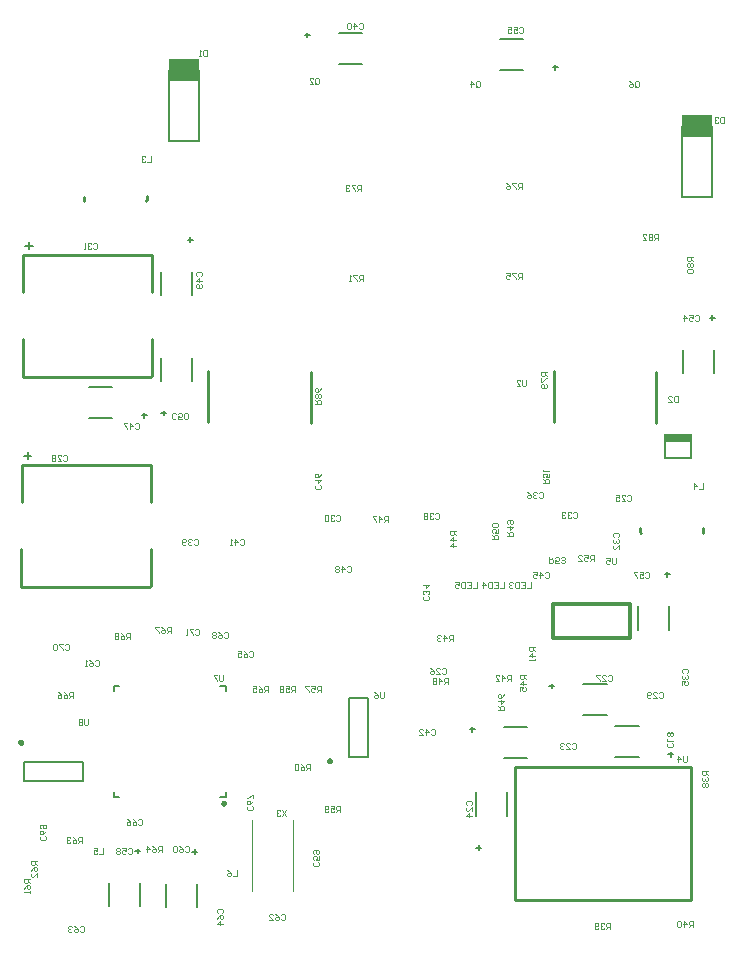
<source format=gbo>
%FSTAX23Y23*%
%MOIN*%
%SFA1B1*%

%IPPOS*%
%ADD32C,0.011810*%
%ADD35C,0.009840*%
%ADD75C,0.010000*%
%ADD76C,0.003940*%
%ADD77C,0.007870*%
%ADD78C,0.005910*%
%ADD128R,0.102360X0.074370*%
%ADD129R,0.094490X0.031500*%
%LNninja_3_2_pcb-1*%
%LPD*%
G54D32*
X02046Y0101D02*
Y01122D01*
X0179Y0101D02*
X02046D01*
X0179Y01122D02*
X02046D01*
X0179Y0101D02*
Y01122D01*
G54D35*
X00019Y00661D02*
D01*
X00019Y00661*
X00019Y00662*
X00019Y00662*
X00019Y00662*
X00019Y00663*
X00019Y00663*
X00018Y00663*
X00018Y00664*
X00018Y00664*
X00018Y00664*
X00018Y00664*
X00017Y00665*
X00017Y00665*
X00017Y00665*
X00017Y00665*
X00016Y00665*
X00016Y00666*
X00016Y00666*
X00015Y00666*
X00015Y00666*
X00015Y00666*
X00014Y00666*
X00014*
X00014Y00666*
X00013Y00666*
X00013Y00666*
X00013Y00666*
X00012Y00666*
X00012Y00665*
X00012Y00665*
X00011Y00665*
X00011Y00665*
X00011Y00665*
X00011Y00664*
X0001Y00664*
X0001Y00664*
X0001Y00664*
X0001Y00663*
X0001Y00663*
X00009Y00663*
X00009Y00662*
X00009Y00662*
X00009Y00662*
X00009Y00661*
X00009Y00661*
X00009Y00661*
X00009Y0066*
X00009Y0066*
X00009Y0066*
X00009Y00659*
X0001Y00659*
X0001Y00659*
X0001Y00658*
X0001Y00658*
X0001Y00658*
X00011Y00658*
X00011Y00657*
X00011Y00657*
X00011Y00657*
X00012Y00657*
X00012Y00657*
X00012Y00656*
X00013Y00656*
X00013Y00656*
X00013Y00656*
X00014Y00656*
X00014Y00656*
X00014*
X00015Y00656*
X00015Y00656*
X00015Y00656*
X00016Y00656*
X00016Y00656*
X00016Y00657*
X00017Y00657*
X00017Y00657*
X00017Y00657*
X00017Y00657*
X00018Y00658*
X00018Y00658*
X00018Y00658*
X00018Y00658*
X00018Y00659*
X00019Y00659*
X00019Y00659*
X00019Y0066*
X00019Y0066*
X00019Y0066*
X00019Y00661*
X00019Y00661*
X01048Y00599D02*
D01*
X01048Y00599*
X01048Y006*
X01048Y006*
X01048Y006*
X01048Y00601*
X01048Y00601*
X01047Y00601*
X01047Y00602*
X01047Y00602*
X01047Y00602*
X01047Y00602*
X01046Y00603*
X01046Y00603*
X01046Y00603*
X01046Y00603*
X01045Y00603*
X01045Y00604*
X01045Y00604*
X01044Y00604*
X01044Y00604*
X01044Y00604*
X01043Y00604*
X01043*
X01043Y00604*
X01042Y00604*
X01042Y00604*
X01042Y00604*
X01041Y00604*
X01041Y00603*
X01041Y00603*
X0104Y00603*
X0104Y00603*
X0104Y00603*
X0104Y00602*
X01039Y00602*
X01039Y00602*
X01039Y00602*
X01039Y00601*
X01039Y00601*
X01038Y00601*
X01038Y006*
X01038Y006*
X01038Y006*
X01038Y00599*
X01038Y00599*
X01038Y00599*
X01038Y00598*
X01038Y00598*
X01038Y00598*
X01038Y00597*
X01039Y00597*
X01039Y00597*
X01039Y00596*
X01039Y00596*
X01039Y00596*
X0104Y00596*
X0104Y00595*
X0104Y00595*
X0104Y00595*
X01041Y00595*
X01041Y00595*
X01041Y00595*
X01042Y00594*
X01042Y00594*
X01042Y00594*
X01043Y00594*
X01043Y00594*
X01043*
X01044Y00594*
X01044Y00594*
X01044Y00594*
X01045Y00594*
X01045Y00595*
X01045Y00595*
X01046Y00595*
X01046Y00595*
X01046Y00595*
X01046Y00595*
X01047Y00596*
X01047Y00596*
X01047Y00596*
X01047Y00596*
X01047Y00597*
X01048Y00597*
X01048Y00597*
X01048Y00598*
X01048Y00598*
X01048Y00598*
X01048Y00599*
X01048Y00599*
X00696Y00458D02*
D01*
X00696Y00458*
X00696Y00458*
X00695Y00459*
X00695Y00459*
X00695Y00459*
X00695Y0046*
X00695Y0046*
X00695Y0046*
X00695Y00461*
X00694Y00461*
X00694Y00461*
X00694Y00461*
X00694Y00462*
X00693Y00462*
X00693Y00462*
X00693Y00462*
X00692Y00462*
X00692Y00462*
X00692Y00463*
X00691Y00463*
X00691Y00463*
X00691Y00463*
X0069*
X0069Y00463*
X0069Y00463*
X00689Y00463*
X00689Y00462*
X00689Y00462*
X00688Y00462*
X00688Y00462*
X00688Y00462*
X00688Y00462*
X00687Y00461*
X00687Y00461*
X00687Y00461*
X00687Y00461*
X00686Y0046*
X00686Y0046*
X00686Y0046*
X00686Y00459*
X00686Y00459*
X00686Y00459*
X00686Y00458*
X00686Y00458*
X00686Y00458*
X00686Y00457*
X00686Y00457*
X00686Y00457*
X00686Y00456*
X00686Y00456*
X00686Y00456*
X00686Y00456*
X00686Y00455*
X00687Y00455*
X00687Y00455*
X00687Y00454*
X00687Y00454*
X00688Y00454*
X00688Y00454*
X00688Y00454*
X00688Y00453*
X00689Y00453*
X00689Y00453*
X00689Y00453*
X0069Y00453*
X0069Y00453*
X0069Y00453*
X00691*
X00691Y00453*
X00691Y00453*
X00692Y00453*
X00692Y00453*
X00692Y00453*
X00693Y00453*
X00693Y00454*
X00693Y00454*
X00694Y00454*
X00694Y00454*
X00694Y00454*
X00694Y00455*
X00695Y00455*
X00695Y00455*
X00695Y00456*
X00695Y00456*
X00695Y00456*
X00695Y00456*
X00695Y00457*
X00696Y00457*
X00696Y00457*
X00696Y00458*
G54D75*
X0208Y01375D02*
D01*
X0208Y01368*
X0208Y01361*
X02081Y0136*
X02288Y01359D02*
D01*
X02289Y01366*
X02289Y01373*
X02289Y01377*
X00225Y0248D02*
D01*
X00225Y02473*
X00225Y02466*
X00226Y02465*
X00433Y02464D02*
D01*
X00434Y02471*
X00434Y02478*
X00434Y02482*
X00639Y01728D02*
Y01898D01*
X00981Y01727D02*
Y01897D01*
X01663Y00137D02*
X02247D01*
Y00579*
X01663Y00137D02*
Y00579D01*
X02247*
X01791Y01728D02*
Y01898D01*
X02133Y01727D02*
Y01897D01*
X00452Y02163D02*
Y02287D01*
Y01882D02*
Y02006D01*
X00023Y02287D02*
X00452D01*
X00022Y02163D02*
Y02287D01*
X00021Y0188D02*
X0045D01*
X00021Y01882D02*
Y02006D01*
X00447Y01463D02*
Y01587D01*
Y01182D02*
Y01306D01*
X00018Y01587D02*
X00447D01*
X00017Y01463D02*
Y01587D01*
X00016Y0118D02*
X00445D01*
X00016Y01182D02*
Y01306D01*
G54D76*
X00922Y00165D02*
Y00401D01*
X00784Y00165D02*
Y00401D01*
X00261Y00931D02*
X00265Y00934D01*
X00271*
X00275Y00931*
Y00918*
X00271Y00915*
X00265*
X00261Y00918*
X00242Y00934D02*
X00248Y00931D01*
X00255Y00924*
Y00918*
X00252Y00915*
X00245*
X00242Y00918*
Y00921*
X00245Y00924*
X00255*
X00235Y00915D02*
X00229D01*
X00232*
Y00934*
X00235Y00931*
X017Y01869D02*
Y01853D01*
X01696Y0185*
X0169*
X01686Y01853*
Y01869*
X01667Y0185D02*
X0168D01*
X01667Y01863*
Y01866*
X0167Y01869*
X01677*
X0168Y01866*
X00603Y02216D02*
X006Y0222D01*
Y02226*
X00603Y0223*
X00616*
X0062Y02226*
Y0222*
X00616Y02216*
X0062Y022D02*
X006D01*
X0061Y0221*
Y02197*
X00616Y0219D02*
X0062Y02187D01*
Y0218*
X00616Y02177*
X00603*
X006Y0218*
Y02187*
X00603Y0219*
X00606*
X0061Y02187*
Y02177*
X00995Y0179D02*
X01014D01*
Y01799*
X01011Y01803*
X01004*
X01001Y01799*
Y0179*
Y01796D02*
X00995Y01803D01*
X01011Y01809D02*
X01014Y01812D01*
Y01819*
X01011Y01822*
X01008*
X01004Y01819*
X01001Y01822*
X00998*
X00995Y01819*
Y01812*
X00998Y01809*
X01001*
X01004Y01812*
X01008Y01809*
X01011*
X01004Y01812D02*
Y01819D01*
X01014Y01842D02*
X01011Y01835D01*
X01004Y01829*
X00998*
X00995Y01832*
Y01839*
X00998Y01842*
X01001*
X01004Y01839*
Y01829*
X009Y00434D02*
X00886Y00415D01*
Y00434D02*
X009Y00415D01*
X0088Y00431D02*
X00877Y00434D01*
X0087*
X00867Y00431*
Y00428*
X0087Y00424*
X00873*
X0087*
X00867Y00421*
Y00418*
X0087Y00415*
X00877*
X0088Y00418*
X0024Y00739D02*
Y00723D01*
X00236Y0072*
X0023*
X00226Y00723*
Y00739*
X0022Y00736D02*
X00217Y00739D01*
X0021*
X00207Y00736*
Y00733*
X0021Y00729*
X00207Y00726*
Y00723*
X0021Y0072*
X00217*
X0022Y00723*
Y00726*
X00217Y00729*
X0022Y00733*
Y00736*
X00217Y00729D02*
X0021D01*
X0069Y00884D02*
Y00868D01*
X00686Y00865*
X0068*
X00676Y00868*
Y00884*
X0067D02*
X00657D01*
Y00881*
X0067Y00868*
Y00865*
X01225Y00829D02*
Y00813D01*
X01221Y0081*
X01215*
X01211Y00813*
Y00829*
X01192D02*
X01198Y00826D01*
X01205Y00819*
Y00813*
X01202Y0081*
X01195*
X01192Y00813*
Y00816*
X01195Y00819*
X01205*
X01998Y01274D02*
Y01258D01*
X01995Y01255*
X01988*
X01985Y01258*
Y01274*
X01965D02*
X01978D01*
Y01265*
X01972Y01268*
X01968*
X01965Y01265*
Y01258*
X01968Y01255*
X01975*
X01978Y01258*
X02235Y00614D02*
Y00598D01*
X02231Y00595*
X02225*
X02221Y00598*
Y00614*
X02205Y00595D02*
Y00614D01*
X02215Y00604*
X02202*
X0214Y02335D02*
Y02354D01*
X0213*
X02126Y02351*
Y02344*
X0213Y02341*
X0214*
X02133D02*
X02126Y02335D01*
X0212Y02351D02*
X02117Y02354D01*
X0211*
X02107Y02351*
Y02348*
X0211Y02344*
X02107Y02341*
Y02338*
X0211Y02335*
X02117*
X0212Y02338*
Y02341*
X02117Y02344*
X0212Y02348*
Y02351*
X02117Y02344D02*
X0211D01*
X02087Y02335D02*
X021D01*
X02087Y02348*
Y02351*
X0209Y02354*
X02097*
X021Y02351*
X02255Y0228D02*
X02235D01*
Y0227*
X02238Y02266*
X02245*
X02248Y0227*
Y0228*
Y02273D02*
X02255Y02266D01*
X02238Y0226D02*
X02235Y02257D01*
Y0225*
X02238Y02247*
X02241*
X02245Y0225*
X02248Y02247*
X02251*
X02255Y0225*
Y02257*
X02251Y0226*
X02248*
X02245Y02257*
X02241Y0226*
X02238*
X02245Y02257D02*
Y0225D01*
X02238Y0224D02*
X02235Y02237D01*
Y0223*
X02238Y02227*
X02251*
X02255Y0223*
Y02237*
X02251Y0224*
X02238*
X0177Y01895D02*
X0175D01*
Y01885*
X01753Y01881*
X0176*
X01763Y01885*
Y01895*
Y01888D02*
X0177Y01881D01*
X0175Y01875D02*
Y01862D01*
X01753*
X01766Y01875*
X0177*
X01766Y01855D02*
X0177Y01852D01*
Y01845*
X01766Y01842*
X01753*
X0175Y01845*
Y01852*
X01753Y01855*
X01756*
X0176Y01852*
Y01842*
X01685Y02505D02*
Y02524D01*
X01675*
X01671Y02521*
Y02514*
X01675Y02511*
X01685*
X01678D02*
X01671Y02505D01*
X01665Y02524D02*
X01652D01*
Y02521*
X01665Y02508*
Y02505*
X01632Y02524D02*
X01639Y02521D01*
X01645Y02514*
Y02508*
X01642Y02505*
X01635*
X01632Y02508*
Y02511*
X01635Y02514*
X01645*
X01685Y02205D02*
Y02224D01*
X01675*
X01671Y02221*
Y02214*
X01675Y02211*
X01685*
X01678D02*
X01671Y02205D01*
X01665Y02224D02*
X01652D01*
Y02221*
X01665Y02208*
Y02205*
X01632Y02224D02*
X01645D01*
Y02214*
X01639Y02218*
X01635*
X01632Y02214*
Y02208*
X01635Y02205*
X01642*
X01645Y02208*
X0115Y025D02*
Y02519D01*
X0114*
X01136Y02516*
Y02509*
X0114Y02506*
X0115*
X01143D02*
X01136Y025D01*
X0113Y02519D02*
X01117D01*
Y02516*
X0113Y02503*
Y025*
X0111Y02516D02*
X01107Y02519D01*
X011*
X01097Y02516*
Y02513*
X011Y02509*
X01104*
X011*
X01097Y02506*
Y02503*
X011Y025*
X01107*
X0111Y02503*
X01155Y022D02*
Y02219D01*
X01145*
X01141Y02216*
Y02209*
X01145Y02206*
X01155*
X01148D02*
X01141Y022D01*
X01135Y02219D02*
X01122D01*
Y02216*
X01135Y02203*
Y022*
X01115D02*
X01109D01*
X01112*
Y02219*
X01115Y02216*
X0038Y01005D02*
Y01024D01*
X0037*
X00366Y01021*
Y01014*
X0037Y01011*
X0038*
X00373D02*
X00366Y01005D01*
X00347Y01024D02*
X00353Y01021D01*
X0036Y01014*
Y01008*
X00357Y01005*
X0035*
X00347Y01008*
Y01011*
X0035Y01014*
X0036*
X0034Y01021D02*
X00337Y01024D01*
X0033*
X00327Y01021*
Y01018*
X0033Y01014*
X00327Y01011*
Y01008*
X0033Y01005*
X00337*
X0034Y01008*
Y01011*
X00337Y01014*
X0034Y01018*
Y01021*
X00337Y01014D02*
X0033D01*
X00515Y01025D02*
Y01044D01*
X00505*
X00501Y01041*
Y01034*
X00505Y01031*
X00515*
X00508D02*
X00501Y01025D01*
X00482Y01044D02*
X00488Y01041D01*
X00495Y01034*
Y01028*
X00492Y01025*
X00485*
X00482Y01028*
Y01031*
X00485Y01034*
X00495*
X00475Y01044D02*
X00462D01*
Y01041*
X00475Y01028*
Y01025*
X0019Y0081D02*
Y00829D01*
X0018*
X00176Y00826*
Y00819*
X0018Y00816*
X0019*
X00183D02*
X00176Y0081D01*
X00157Y00829D02*
X00163Y00826D01*
X0017Y00819*
Y00813*
X00167Y0081*
X0016*
X00157Y00813*
Y00816*
X0016Y00819*
X0017*
X00137Y00829D02*
X00144Y00826D01*
X0015Y00819*
Y00813*
X00147Y0081*
X0014*
X00137Y00813*
Y00816*
X0014Y00819*
X0015*
X0084Y0083D02*
Y00849D01*
X0083*
X00826Y00846*
Y00839*
X0083Y00836*
X0084*
X00833D02*
X00826Y0083D01*
X00807Y00849D02*
X00813Y00846D01*
X0082Y00839*
Y00833*
X00817Y0083*
X0081*
X00807Y00833*
Y00836*
X0081Y00839*
X0082*
X00787Y00849D02*
X008D01*
Y00839*
X00794Y00843*
X0079*
X00787Y00839*
Y00833*
X0079Y0083*
X00797*
X008Y00833*
X00485Y00295D02*
Y00314D01*
X00475*
X00471Y00311*
Y00304*
X00475Y00301*
X00485*
X00478D02*
X00471Y00295D01*
X00452Y00314D02*
X00458Y00311D01*
X00465Y00304*
Y00298*
X00462Y00295*
X00455*
X00452Y00298*
Y00301*
X00455Y00304*
X00465*
X00435Y00295D02*
Y00314D01*
X00445Y00304*
X00432*
X0022Y00325D02*
Y00344D01*
X0021*
X00206Y00341*
Y00334*
X0021Y00331*
X0022*
X00213D02*
X00206Y00325D01*
X00187Y00344D02*
X00193Y00341D01*
X002Y00334*
Y00328*
X00197Y00325*
X0019*
X00187Y00328*
Y00331*
X0019Y00334*
X002*
X0018Y00341D02*
X00177Y00344D01*
X0017*
X00167Y00341*
Y00338*
X0017Y00334*
X00174*
X0017*
X00167Y00331*
Y00328*
X0017Y00325*
X00177*
X0018Y00328*
X0007Y00265D02*
X0005D01*
Y00255*
X00053Y00251*
X0006*
X00063Y00255*
Y00265*
Y00258D02*
X0007Y00251D01*
X0005Y00232D02*
X00053Y00238D01*
X0006Y00245*
X00066*
X0007Y00242*
Y00235*
X00066Y00232*
X00063*
X0006Y00235*
Y00245*
X0007Y00212D02*
Y00225D01*
X00056Y00212*
X00053*
X0005Y00215*
Y00222*
X00053Y00225*
X00045Y00205D02*
X00025D01*
Y00195*
X00028Y00191*
X00035*
X00038Y00195*
Y00205*
Y00198D02*
X00045Y00191D01*
X00025Y00172D02*
X00028Y00178D01*
X00035Y00185*
X00041*
X00045Y00182*
Y00175*
X00041Y00172*
X00038*
X00035Y00175*
Y00185*
X00045Y00165D02*
Y00159D01*
Y00162*
X00025*
X00028Y00165*
X0098Y0057D02*
Y00589D01*
X0097*
X00966Y00586*
Y00579*
X0097Y00576*
X0098*
X00973D02*
X00966Y0057D01*
X00947Y00589D02*
X00953Y00586D01*
X0096Y00579*
Y00573*
X00957Y0057*
X0095*
X00947Y00573*
Y00576*
X0095Y00579*
X0096*
X0094Y00586D02*
X00937Y00589D01*
X0093*
X00927Y00586*
Y00573*
X0093Y0057*
X00937*
X0094Y00573*
Y00586*
X0108Y0043D02*
Y00449D01*
X0107*
X01066Y00446*
Y00439*
X0107Y00436*
X0108*
X01073D02*
X01066Y0043D01*
X01047Y00449D02*
X0106D01*
Y00439*
X01053Y00443*
X0105*
X01047Y00439*
Y00433*
X0105Y0043*
X01057*
X0106Y00433*
X0104D02*
X01037Y0043D01*
X0103*
X01027Y00433*
Y00446*
X0103Y00449*
X01037*
X0104Y00446*
Y00443*
X01037Y00439*
X01027*
X0093Y0083D02*
Y00849D01*
X0092*
X00916Y00846*
Y00839*
X0092Y00836*
X0093*
X00923D02*
X00916Y0083D01*
X00897Y00849D02*
X0091D01*
Y00839*
X00903Y00843*
X009*
X00897Y00839*
Y00833*
X009Y0083*
X00907*
X0091Y00833*
X0089Y00846D02*
X00887Y00849D01*
X0088*
X00877Y00846*
Y00843*
X0088Y00839*
X00877Y00836*
Y00833*
X0088Y0083*
X00887*
X0089Y00833*
Y00836*
X00887Y00839*
X0089Y00843*
Y00846*
X00887Y00839D02*
X0088D01*
X01015Y0083D02*
Y00849D01*
X01005*
X01001Y00846*
Y00839*
X01005Y00836*
X01015*
X01008D02*
X01001Y0083D01*
X00982Y00849D02*
X00995D01*
Y00839*
X00988Y00843*
X00985*
X00982Y00839*
Y00833*
X00985Y0083*
X00992*
X00995Y00833*
X00975Y00849D02*
X00962D01*
Y00846*
X00975Y00833*
Y0083*
X01775Y0128D02*
Y0126D01*
X01784*
X01788Y01263*
Y0127*
X01784Y01273*
X01775*
X01781D02*
X01788Y0128D01*
X01807Y0126D02*
X01794D01*
Y0127*
X01801Y01266*
X01804*
X01807Y0127*
Y01276*
X01804Y0128*
X01797*
X01794Y01276*
X01814Y01263D02*
X01817Y0126D01*
X01824*
X01827Y01263*
Y01266*
X01824Y0127*
X0182*
X01824*
X01827Y01273*
Y01276*
X01824Y0128*
X01817*
X01814Y01276*
X01925Y01265D02*
Y01284D01*
X01915*
X01911Y01281*
Y01274*
X01915Y01271*
X01925*
X01918D02*
X01911Y01265D01*
X01892Y01284D02*
X01905D01*
Y01274*
X01898Y01278*
X01895*
X01892Y01274*
Y01268*
X01895Y01265*
X01902*
X01905Y01268*
X01872Y01265D02*
X01885D01*
X01872Y01278*
Y01281*
X01875Y01284*
X01882*
X01885Y01281*
X01755Y01525D02*
X01774D01*
Y01534*
X01771Y01538*
X01764*
X01761Y01534*
Y01525*
Y01531D02*
X01755Y01538D01*
X01774Y01557D02*
Y01544D01*
X01764*
X01768Y01551*
Y01554*
X01764Y01557*
X01758*
X01755Y01554*
Y01547*
X01758Y01544*
X01755Y01564D02*
Y0157D01*
Y01567*
X01774*
X01771Y01564*
X01585Y0134D02*
X01604D01*
Y01349*
X01601Y01353*
X01594*
X01591Y01349*
Y0134*
Y01346D02*
X01585Y01353D01*
X01604Y01372D02*
Y01359D01*
X01594*
X01598Y01366*
Y01369*
X01594Y01372*
X01588*
X01585Y01369*
Y01362*
X01588Y01359*
X01601Y01379D02*
X01604Y01382D01*
Y01389*
X01601Y01392*
X01588*
X01585Y01389*
Y01382*
X01588Y01379*
X01601*
X01635Y0135D02*
X01654D01*
Y01359*
X01651Y01363*
X01644*
X01641Y01359*
Y0135*
Y01356D02*
X01635Y01363D01*
Y01379D02*
X01654D01*
X01644Y01369*
Y01382*
X01638Y01389D02*
X01635Y01392D01*
Y01399*
X01638Y01402*
X01651*
X01654Y01399*
Y01392*
X01651Y01389*
X01648*
X01644Y01392*
Y01402*
X0144Y00855D02*
Y00874D01*
X0143*
X01426Y00871*
Y00864*
X0143Y00861*
X0144*
X01433D02*
X01426Y00855D01*
X0141D02*
Y00874D01*
X0142Y00864*
X01407*
X014Y00871D02*
X01397Y00874D01*
X0139*
X01387Y00871*
Y00868*
X0139Y00864*
X01387Y00861*
Y00858*
X0139Y00855*
X01397*
X014Y00858*
Y00861*
X01397Y00864*
X014Y00868*
Y00871*
X01397Y00864D02*
X0139D01*
X0124Y01395D02*
Y01414D01*
X0123*
X01226Y01411*
Y01404*
X0123Y01401*
X0124*
X01233D02*
X01226Y01395D01*
X0121D02*
Y01414D01*
X0122Y01404*
X01207*
X012Y01414D02*
X01187D01*
Y01411*
X012Y01398*
Y01395*
X01605Y0077D02*
X01624D01*
Y00779*
X01621Y00783*
X01614*
X01611Y00779*
Y0077*
Y00776D02*
X01605Y00783D01*
Y00799D02*
X01624D01*
X01614Y00789*
Y00802*
X01624Y00822D02*
X01621Y00815D01*
X01614Y00809*
X01608*
X01605Y00812*
Y00819*
X01608Y00822*
X01611*
X01614Y00819*
Y00809*
X017Y00885D02*
X0168D01*
Y00875*
X01683Y00871*
X0169*
X01693Y00875*
Y00885*
Y00878D02*
X017Y00871D01*
Y00855D02*
X0168D01*
X0169Y00865*
Y00852*
X0168Y00832D02*
Y00845D01*
X0169*
X01686Y00839*
Y00835*
X0169Y00832*
X01696*
X017Y00835*
Y00842*
X01696Y00845*
X01464Y01366D02*
X01444D01*
Y01356*
X01447Y01353*
X01454*
X01457Y01356*
Y01366*
Y01359D02*
X01464Y01353D01*
Y01336D02*
X01444D01*
X01454Y01346*
Y01333*
X01464Y01316D02*
X01444D01*
X01454Y01326*
Y01313*
X01455Y01D02*
Y01019D01*
X01445*
X01441Y01016*
Y01009*
X01445Y01006*
X01455*
X01448D02*
X01441Y01D01*
X01425D02*
Y01019D01*
X01435Y01009*
X01422*
X01415Y01016D02*
X01412Y01019D01*
X01405*
X01402Y01016*
Y01013*
X01405Y01009*
X01409*
X01405*
X01402Y01006*
Y01003*
X01405Y01*
X01412*
X01415Y01003*
X0165Y00865D02*
Y00884D01*
X0164*
X01636Y00881*
Y00874*
X0164Y00871*
X0165*
X01643D02*
X01636Y00865D01*
X0162D02*
Y00884D01*
X0163Y00874*
X01617*
X01597Y00865D02*
X0161D01*
X01597Y00878*
Y00881*
X016Y00884*
X01607*
X0161Y00881*
X0173Y0098D02*
X0171D01*
Y0097*
X01713Y00966*
X0172*
X01723Y0097*
Y0098*
Y00973D02*
X0173Y00966D01*
Y0095D02*
X0171D01*
X0172Y0096*
Y00947*
X0173Y0094D02*
Y00934D01*
Y00937*
X0171*
X01713Y0094*
X02255Y00045D02*
Y00064D01*
X02245*
X02241Y00061*
Y00054*
X02245Y00051*
X02255*
X02248D02*
X02241Y00045D01*
X02225D02*
Y00064D01*
X02235Y00054*
X02222*
X02215Y00061D02*
X02212Y00064D01*
X02205*
X02202Y00061*
Y00048*
X02205Y00045*
X02212*
X02215Y00048*
Y00061*
X0198Y0004D02*
Y00059D01*
X0197*
X01966Y00056*
Y00049*
X0197Y00046*
X0198*
X01973D02*
X01966Y0004D01*
X0196Y00056D02*
X01957Y00059D01*
X0195*
X01947Y00056*
Y00053*
X0195Y00049*
X01953*
X0195*
X01947Y00046*
Y00043*
X0195Y0004*
X01957*
X0196Y00043*
X0194D02*
X01937Y0004D01*
X0193*
X01927Y00043*
Y00056*
X0193Y00059*
X01937*
X0194Y00056*
Y00053*
X01937Y00049*
X01927*
X02305Y00565D02*
X02285D01*
Y00555*
X02288Y00551*
X02295*
X02298Y00555*
Y00565*
Y00558D02*
X02305Y00551D01*
X02288Y00545D02*
X02285Y00542D01*
Y00535*
X02288Y00532*
X02291*
X02295Y00535*
Y00538*
Y00535*
X02298Y00532*
X02301*
X02305Y00535*
Y00542*
X02301Y00545*
X02288Y00525D02*
X02285Y00522D01*
Y00515*
X02288Y00512*
X02291*
X02295Y00515*
X02298Y00512*
X02301*
X02305Y00515*
Y00522*
X02301Y00525*
X02298*
X02295Y00522*
X02291Y00525*
X02288*
X02295Y00522D02*
Y00515D01*
X02061Y02848D02*
Y02861D01*
X02065Y02864*
X02071*
X02075Y02861*
Y02848*
X02071Y02845*
X02065*
X02068Y02851D02*
X02061Y02845D01*
X02065D02*
X02061Y02848D01*
X02042Y02864D02*
X02048Y02861D01*
X02055Y02854*
Y02848*
X02052Y02845*
X02045*
X02042Y02848*
Y02851*
X02045Y02854*
X02055*
X01531Y02848D02*
Y02861D01*
X01535Y02864*
X01541*
X01545Y02861*
Y02848*
X01541Y02845*
X01535*
X01538Y02851D02*
X01531Y02845D01*
X01535D02*
X01531Y02848D01*
X01515Y02845D02*
Y02864D01*
X01525Y02854*
X01512*
X00996Y02858D02*
Y02871D01*
X01Y02874*
X01006*
X0101Y02871*
Y02858*
X01006Y02855*
X01*
X01003Y02861D02*
X00996Y02855D01*
X01D02*
X00996Y02858D01*
X00977Y02855D02*
X0099D01*
X00977Y02868*
Y02871*
X0098Y02874*
X00987*
X0099Y02871*
X01535Y01194D02*
Y01175D01*
X01521*
X01502Y01194D02*
X01515D01*
Y01175*
X01502*
X01515Y01184D02*
X01508D01*
X01495Y01194D02*
Y01175D01*
X01485*
X01482Y01178*
Y01191*
X01485Y01194*
X01495*
X01462D02*
X01475D01*
Y01184*
X01469Y01188*
X01466*
X01462Y01184*
Y01178*
X01466Y01175*
X01472*
X01475Y01178*
X01625Y01194D02*
Y01175D01*
X01611*
X01592Y01194D02*
X01605D01*
Y01175*
X01592*
X01605Y01184D02*
X01598D01*
X01585Y01194D02*
Y01175D01*
X01575*
X01572Y01178*
Y01191*
X01575Y01194*
X01585*
X01556Y01175D02*
Y01194D01*
X01565Y01184*
X01552*
X01715Y01194D02*
Y01175D01*
X01701*
X01682Y01194D02*
X01695D01*
Y01175*
X01682*
X01695Y01184D02*
X01688D01*
X01675Y01194D02*
Y01175D01*
X01665*
X01662Y01178*
Y01191*
X01665Y01194*
X01675*
X01655Y01191D02*
X01652Y01194D01*
X01646*
X01642Y01191*
Y01188*
X01646Y01184*
X01649*
X01646*
X01642Y01181*
Y01178*
X01646Y01175*
X01652*
X01655Y01178*
X00735Y00234D02*
Y00215D01*
X00721*
X00702Y00234D02*
X00708Y00231D01*
X00715Y00224*
Y00218*
X00712Y00215*
X00705*
X00702Y00218*
Y00221*
X00705Y00224*
X00715*
X0029Y00309D02*
Y0029D01*
X00276*
X00257Y00309D02*
X0027D01*
Y00299*
X00263Y00303*
X0026*
X00257Y00299*
Y00293*
X0026Y0029*
X00267*
X0027Y00293*
X0229Y01526D02*
Y01507D01*
X02276*
X0226D02*
Y01526D01*
X0227Y01516*
X02257*
X0045Y02614D02*
Y02595D01*
X00436*
X0043Y02611D02*
X00427Y02614D01*
X0042*
X00417Y02611*
Y02608*
X0042Y02604*
X00423*
X0042*
X00417Y02601*
Y02598*
X0042Y02595*
X00427*
X0043Y02598*
X0236Y02744D02*
Y02725D01*
X0235*
X02346Y02728*
Y02741*
X0235Y02744*
X0236*
X0234Y02741D02*
X02337Y02744D01*
X0233*
X02327Y02741*
Y02738*
X0233Y02734*
X02333*
X0233*
X02327Y02731*
Y02728*
X0233Y02725*
X02337*
X0234Y02728*
X02205Y01814D02*
Y01795D01*
X02195*
X02191Y01798*
Y01811*
X02195Y01814*
X02205*
X02172Y01795D02*
X02185D01*
X02172Y01808*
Y01811*
X02175Y01814*
X02182*
X02185Y01811*
X00635Y02969D02*
Y0295D01*
X00625*
X00621Y02953*
Y02966*
X00625Y02969*
X00635*
X00615Y0295D02*
X00608D01*
X00612*
Y02969*
X00615Y02966*
X00596Y01036D02*
X006Y01039D01*
X00606*
X0061Y01036*
Y01023*
X00606Y0102*
X006*
X00596Y01023*
X0059Y01039D02*
X00577D01*
Y01036*
X0059Y01023*
Y0102*
X0057D02*
X00564D01*
X00567*
Y01039*
X0057Y01036*
X00161Y00986D02*
X00165Y00989D01*
X00171*
X00175Y00986*
Y00973*
X00171Y0097*
X00165*
X00161Y00973*
X00155Y00989D02*
X00142D01*
Y00986*
X00155Y00973*
Y0097*
X00135Y00986D02*
X00132Y00989D01*
X00125*
X00122Y00986*
Y00973*
X00125Y0097*
X00132*
X00135Y00973*
Y00986*
X00096Y00348D02*
X00099Y00344D01*
Y00338*
X00096Y00335*
X00083*
X0008Y00338*
Y00344*
X00083Y00348*
X00099Y00367D02*
X00096Y00361D01*
X00089Y00354*
X00083*
X0008Y00357*
Y00364*
X00083Y00367*
X00086*
X00089Y00364*
Y00354*
X00083Y00374D02*
X0008Y00377D01*
Y00384*
X00083Y00387*
X00096*
X00099Y00384*
Y00377*
X00096Y00374*
X00093*
X00089Y00377*
Y00387*
X00691Y01026D02*
X00695Y01029D01*
X00701*
X00705Y01026*
Y01013*
X00701Y0101*
X00695*
X00691Y01013*
X00672Y01029D02*
X00678Y01026D01*
X00685Y01019*
Y01013*
X00682Y0101*
X00675*
X00672Y01013*
Y01016*
X00675Y01019*
X00685*
X00665Y01026D02*
X00662Y01029D01*
X00655*
X00652Y01026*
Y01023*
X00655Y01019*
X00652Y01016*
Y01013*
X00655Y0101*
X00662*
X00665Y01013*
Y01016*
X00662Y01019*
X00665Y01023*
Y01026*
X00662Y01019D02*
X00655D01*
X00786Y00448D02*
X00789Y00444D01*
Y00438*
X00786Y00435*
X00773*
X0077Y00438*
Y00444*
X00773Y00448*
X00789Y00467D02*
X00786Y00461D01*
X00779Y00454*
X00773*
X0077Y00457*
Y00464*
X00773Y00467*
X00776*
X00779Y00464*
Y00454*
X00789Y00474D02*
Y00487D01*
X00786*
X00773Y00474*
X0077*
X00406Y00401D02*
X0041Y00404D01*
X00416*
X0042Y00401*
Y00388*
X00416Y00385*
X0041*
X00406Y00388*
X00387Y00404D02*
X00393Y00401D01*
X004Y00394*
Y00388*
X00397Y00385*
X0039*
X00387Y00388*
Y00391*
X0039Y00394*
X004*
X00367Y00404D02*
X00374Y00401D01*
X0038Y00394*
Y00388*
X00377Y00385*
X0037*
X00367Y00388*
Y00391*
X0037Y00394*
X0038*
X00776Y00961D02*
X0078Y00964D01*
X00786*
X0079Y00961*
Y00948*
X00786Y00945*
X0078*
X00776Y00948*
X00757Y00964D02*
X00763Y00961D01*
X0077Y00954*
Y00948*
X00767Y00945*
X0076*
X00757Y00948*
Y00951*
X0076Y00954*
X0077*
X00737Y00964D02*
X0075D01*
Y00954*
X00744Y00958*
X0074*
X00737Y00954*
Y00948*
X0074Y00945*
X00747*
X0075Y00948*
X00673Y00091D02*
X0067Y00095D01*
Y00101*
X00673Y00105*
X00686*
X0069Y00101*
Y00095*
X00686Y00091*
X0067Y00072D02*
X00673Y00078D01*
X0068Y00085*
X00686*
X0069Y00082*
Y00075*
X00686Y00072*
X00683*
X0068Y00075*
Y00085*
X0069Y00055D02*
X0067D01*
X0068Y00065*
Y00052*
X00211Y00046D02*
X00215Y00049D01*
X00221*
X00225Y00046*
Y00033*
X00221Y0003*
X00215*
X00211Y00033*
X00192Y00049D02*
X00198Y00046D01*
X00205Y00039*
Y00033*
X00202Y0003*
X00195*
X00192Y00033*
Y00036*
X00195Y00039*
X00205*
X00185Y00046D02*
X00182Y00049D01*
X00175*
X00172Y00046*
Y00043*
X00175Y00039*
X00179*
X00175*
X00172Y00036*
Y00033*
X00175Y0003*
X00182*
X00185Y00033*
X00881Y00086D02*
X00885Y00089D01*
X00891*
X00895Y00086*
Y00073*
X00891Y0007*
X00885*
X00881Y00073*
X00862Y00089D02*
X00868Y00086D01*
X00875Y00079*
Y00073*
X00872Y0007*
X00865*
X00862Y00073*
Y00076*
X00865Y00079*
X00875*
X00842Y0007D02*
X00855D01*
X00842Y00083*
Y00086*
X00845Y00089*
X00852*
X00855Y00086*
X00561Y00311D02*
X00565Y00314D01*
X00571*
X00575Y00311*
Y00298*
X00571Y00295*
X00565*
X00561Y00298*
X00542Y00314D02*
X00548Y00311D01*
X00555Y00304*
Y00298*
X00552Y00295*
X00545*
X00542Y00298*
Y00301*
X00545Y00304*
X00555*
X00535Y00311D02*
X00532Y00314D01*
X00525*
X00522Y00311*
Y00298*
X00525Y00295*
X00532*
X00535Y00298*
Y00311*
X01006Y00263D02*
X01009Y00259D01*
Y00253*
X01006Y0025*
X00993*
X0099Y00253*
Y00259*
X00993Y00263*
X01009Y00282D02*
Y00269D01*
X00999*
X01003Y00276*
Y00279*
X00999Y00282*
X00993*
X0099Y00279*
Y00272*
X00993Y00269*
Y00289D02*
X0099Y00292D01*
Y00299*
X00993Y00302*
X01006*
X01009Y00299*
Y00292*
X01006Y00289*
X01003*
X00999Y00292*
Y00302*
X00371Y00306D02*
X00375Y00309D01*
X00381*
X00385Y00306*
Y00293*
X00381Y0029*
X00375*
X00371Y00293*
X00352Y00309D02*
X00365D01*
Y00299*
X00358Y00303*
X00355*
X00352Y00299*
Y00293*
X00355Y0029*
X00362*
X00365Y00293*
X00345Y00306D02*
X00342Y00309D01*
X00335*
X00332Y00306*
Y00303*
X00335Y00299*
X00332Y00296*
Y00293*
X00335Y0029*
X00342*
X00345Y00293*
Y00296*
X00342Y00299*
X00345Y00303*
Y00306*
X00342Y00299D02*
X00335D01*
X02096Y01226D02*
X021Y01229D01*
X02106*
X0211Y01226*
Y01213*
X02106Y0121*
X021*
X02096Y01213*
X02077Y01229D02*
X0209D01*
Y01219*
X02083Y01223*
X0208*
X02077Y01219*
Y01213*
X0208Y0121*
X02087*
X0209Y01213*
X0207Y01229D02*
X02057D01*
Y01226*
X0207Y01213*
Y0121*
X01676Y03041D02*
X0168Y03044D01*
X01686*
X0169Y03041*
Y03028*
X01686Y03025*
X0168*
X01676Y03028*
X01657Y03044D02*
X0167D01*
Y03034*
X01663Y03038*
X0166*
X01657Y03034*
Y03028*
X0166Y03025*
X01667*
X0167Y03028*
X01637Y03044D02*
X0165D01*
Y03034*
X01644Y03038*
X0164*
X01637Y03034*
Y03028*
X0164Y03025*
X01647*
X0165Y03028*
X02261Y02083D02*
X02265Y02086D01*
X02271*
X02275Y02083*
Y0207*
X02271Y02066*
X02265*
X02261Y0207*
X02242Y02086D02*
X02255D01*
Y02076*
X02248Y02079*
X02245*
X02242Y02076*
Y0207*
X02245Y02066*
X02252*
X02255Y0207*
X02225Y02066D02*
Y02086D01*
X02235Y02076*
X02222*
X00533Y01743D02*
X00529Y0174D01*
X00523*
X0052Y01743*
Y01756*
X00523Y0176*
X00529*
X00533Y01756*
X00552Y0174D02*
X00539D01*
Y0175*
X00546Y01746*
X00549*
X00552Y0175*
Y01756*
X00549Y0176*
X00542*
X00539Y01756*
X00559Y01743D02*
X00562Y0174D01*
X00569*
X00572Y01743*
Y01756*
X00569Y0176*
X00562*
X00559Y01756*
Y01743*
X01101Y01246D02*
X01105Y01249D01*
X01111*
X01115Y01246*
Y01233*
X01111Y0123*
X01105*
X01101Y01233*
X01085Y0123D02*
Y01249D01*
X01095Y01239*
X01082*
X01075Y01246D02*
X01072Y01249D01*
X01065*
X01062Y01246*
Y01243*
X01065Y01239*
X01062Y01236*
Y01233*
X01065Y0123*
X01072*
X01075Y01233*
Y01236*
X01072Y01239*
X01075Y01243*
Y01246*
X01072Y01239D02*
X01065D01*
X00396Y01721D02*
X004Y01724D01*
X00406*
X0041Y01721*
Y01708*
X00406Y01705*
X004*
X00396Y01708*
X0038Y01705D02*
Y01724D01*
X0039Y01714*
X00377*
X0037Y01724D02*
X00357D01*
Y01721*
X0037Y01708*
Y01705*
X01011Y01518D02*
X01014Y01514D01*
Y01508*
X01011Y01505*
X00998*
X00995Y01508*
Y01514*
X00998Y01518*
X00995Y01534D02*
X01014D01*
X01004Y01524*
Y01537*
X01014Y01557D02*
X01011Y0155D01*
X01004Y01544*
X00998*
X00995Y01547*
Y01554*
X00998Y01557*
X01001*
X01004Y01554*
Y01544*
X01761Y01226D02*
X01765Y01229D01*
X01771*
X01775Y01226*
Y01213*
X01771Y0121*
X01765*
X01761Y01213*
X01745Y0121D02*
Y01229D01*
X01755Y01219*
X01742*
X01722Y01229D02*
X01735D01*
Y01219*
X01729Y01223*
X01725*
X01722Y01219*
Y01213*
X01725Y0121*
X01732*
X01735Y01213*
X01381Y00701D02*
X01385Y00704D01*
X01391*
X01395Y00701*
Y00688*
X01391Y00685*
X01385*
X01381Y00688*
X01365Y00685D02*
Y00704D01*
X01375Y00694*
X01362*
X01342Y00685D02*
X01355D01*
X01342Y00698*
Y00701*
X01345Y00704*
X01352*
X01355Y00701*
X00745Y01335D02*
X00748Y01338D01*
X00755*
X00758Y01335*
Y01322*
X00755Y01319*
X00748*
X00745Y01322*
X00729Y01319D02*
Y01338D01*
X00738Y01329*
X00725*
X00719Y01319D02*
X00712D01*
X00715*
Y01338*
X00719Y01335*
X01141Y03056D02*
X01145Y03059D01*
X01151*
X01155Y03056*
Y03043*
X01151Y0304*
X01145*
X01141Y03043*
X01125Y0304D02*
Y03059D01*
X01135Y03049*
X01122*
X01115Y03056D02*
X01112Y03059D01*
X01105*
X01102Y03056*
Y03043*
X01105Y0304*
X01112*
X01115Y03043*
Y03056*
X00591Y01336D02*
X00595Y01339D01*
X00601*
X00605Y01336*
Y01323*
X00601Y0132*
X00595*
X00591Y01323*
X00585Y01336D02*
X00582Y01339D01*
X00575*
X00572Y01336*
Y01333*
X00575Y01329*
X00578*
X00575*
X00572Y01326*
Y01323*
X00575Y0132*
X00582*
X00585Y01323*
X00565D02*
X00562Y0132D01*
X00555*
X00552Y01323*
Y01336*
X00555Y01339*
X00562*
X00565Y01336*
Y01333*
X00562Y01329*
X00552*
X01396Y01421D02*
X014Y01424D01*
X01406*
X0141Y01421*
Y01408*
X01406Y01405*
X014*
X01396Y01408*
X0139Y01421D02*
X01387Y01424D01*
X0138*
X01377Y01421*
Y01418*
X0138Y01414*
X01383*
X0138*
X01377Y01411*
Y01408*
X0138Y01405*
X01387*
X0139Y01408*
X0137Y01421D02*
X01367Y01424D01*
X0136*
X01357Y01421*
Y01418*
X0136Y01414*
X01357Y01411*
Y01408*
X0136Y01405*
X01367*
X0137Y01408*
Y01411*
X01367Y01414*
X0137Y01418*
Y01421*
X01367Y01414D02*
X0136D01*
X01741Y01491D02*
X01745Y01494D01*
X01751*
X01755Y01491*
Y01478*
X01751Y01475*
X01745*
X01741Y01478*
X01735Y01491D02*
X01732Y01494D01*
X01725*
X01722Y01491*
Y01488*
X01725Y01484*
X01728*
X01725*
X01722Y01481*
Y01478*
X01725Y01475*
X01732*
X01735Y01478*
X01702Y01494D02*
X01709Y01491D01*
X01715Y01484*
Y01478*
X01712Y01475*
X01705*
X01702Y01478*
Y01481*
X01705Y01484*
X01715*
X02223Y00891D02*
X0222Y00895D01*
Y00901*
X02223Y00905*
X02236*
X0224Y00901*
Y00895*
X02236Y00891*
X02223Y00885D02*
X0222Y00882D01*
Y00875*
X02223Y00872*
X02226*
X0223Y00875*
Y00878*
Y00875*
X02233Y00872*
X02236*
X0224Y00875*
Y00882*
X02236Y00885*
X0222Y00852D02*
Y00865D01*
X0223*
X02226Y00859*
Y00855*
X0223Y00852*
X02236*
X0224Y00855*
Y00862*
X02236Y00865*
X01371Y01148D02*
X01374Y01144D01*
Y01138*
X01371Y01135*
X01358*
X01355Y01138*
Y01144*
X01358Y01148*
X01371Y01154D02*
X01374Y01157D01*
Y01164*
X01371Y01167*
X01368*
X01364Y01164*
Y01161*
Y01164*
X01361Y01167*
X01358*
X01355Y01164*
Y01157*
X01358Y01154*
X01355Y01184D02*
X01374D01*
X01364Y01174*
Y01187*
X01856Y01426D02*
X0186Y01429D01*
X01866*
X0187Y01426*
Y01413*
X01866Y0141*
X0186*
X01856Y01413*
X0185Y01426D02*
X01847Y01429D01*
X0184*
X01837Y01426*
Y01423*
X0184Y01419*
X01843*
X0184*
X01837Y01416*
Y01413*
X0184Y0141*
X01847*
X0185Y01413*
X0183Y01426D02*
X01827Y01429D01*
X0182*
X01817Y01426*
Y01423*
X0182Y01419*
X01824*
X0182*
X01817Y01416*
Y01413*
X0182Y0141*
X01827*
X0183Y01413*
X01993Y01346D02*
X0199Y0135D01*
Y01356*
X01993Y0136*
X02006*
X0201Y01356*
Y0135*
X02006Y01346*
X01993Y0134D02*
X0199Y01337D01*
Y0133*
X01993Y01327*
X01996*
X02Y0133*
Y01333*
Y0133*
X02003Y01327*
X02006*
X0201Y0133*
Y01337*
X02006Y0134*
X0201Y01307D02*
Y0132D01*
X01996Y01307*
X01993*
X0199Y0131*
Y01317*
X01993Y0132*
X00256Y02321D02*
X0026Y02324D01*
X00266*
X0027Y02321*
Y02308*
X00266Y02305*
X0026*
X00256Y02308*
X0025Y02321D02*
X00247Y02324D01*
X0024*
X00237Y02321*
Y02318*
X0024Y02314*
X00243*
X0024*
X00237Y02311*
Y02308*
X0024Y02305*
X00247*
X0025Y02308*
X0023Y02305D02*
X00224D01*
X00227*
Y02324*
X0023Y02321*
X01066Y01416D02*
X0107Y01419D01*
X01076*
X0108Y01416*
Y01403*
X01076Y014*
X0107*
X01066Y01403*
X0106Y01416D02*
X01057Y01419D01*
X0105*
X01047Y01416*
Y01413*
X0105Y01409*
X01053*
X0105*
X01047Y01406*
Y01403*
X0105Y014*
X01057*
X0106Y01403*
X0104Y01416D02*
X01037Y01419D01*
X0103*
X01027Y01416*
Y01403*
X0103Y014*
X01037*
X0104Y01403*
Y01416*
X02141Y00826D02*
X02145Y00829D01*
X02151*
X02155Y00826*
Y00813*
X02151Y0081*
X02145*
X02141Y00813*
X02122Y0081D02*
X02135D01*
X02122Y00823*
Y00826*
X02125Y00829*
X02132*
X02135Y00826*
X02115Y00813D02*
X02112Y0081D01*
X02105*
X02102Y00813*
Y00826*
X02105Y00829*
X02112*
X02115Y00826*
Y00823*
X02112Y00819*
X02102*
X00156Y01616D02*
X0016Y01619D01*
X00166*
X0017Y01616*
Y01603*
X00166Y016*
X0016*
X00156Y01603*
X00137Y016D02*
X0015D01*
X00137Y01613*
Y01616*
X0014Y01619*
X00147*
X0015Y01616*
X0013D02*
X00127Y01619D01*
X0012*
X00117Y01616*
Y01613*
X0012Y01609*
X00117Y01606*
Y01603*
X0012Y016*
X00127*
X0013Y01603*
Y01606*
X00127Y01609*
X0013Y01613*
Y01616*
X00127Y01609D02*
X0012D01*
X01971Y00881D02*
X01975Y00884D01*
X01981*
X01985Y00881*
Y00868*
X01981Y00865*
X01975*
X01971Y00868*
X01952Y00865D02*
X01965D01*
X01952Y00878*
Y00881*
X01955Y00884*
X01962*
X01965Y00881*
X01945Y00884D02*
X01932D01*
Y00881*
X01945Y00868*
Y00865*
X01418Y00906D02*
X01422Y00909D01*
X01428*
X01431Y00906*
Y00893*
X01428Y0089*
X01422*
X01418Y00893*
X01399Y0089D02*
X01412D01*
X01399Y00903*
Y00906*
X01402Y00909*
X01408*
X01412Y00906*
X01379Y00909D02*
X01386Y00906D01*
X01392Y00899*
Y00893*
X01389Y0089*
X01382*
X01379Y00893*
Y00896*
X01382Y00899*
X01392*
X02036Y01481D02*
X0204Y01484D01*
X02046*
X0205Y01481*
Y01468*
X02046Y01465*
X0204*
X02036Y01468*
X02017Y01465D02*
X0203D01*
X02017Y01478*
Y01481*
X0202Y01484*
X02027*
X0203Y01481*
X01997Y01484D02*
X0201D01*
Y01474*
X02004Y01478*
X02*
X01997Y01474*
Y01468*
X02Y01465*
X02007*
X0201Y01468*
X01503Y00451D02*
X015Y00455D01*
Y00461*
X01503Y00465*
X01516*
X0152Y00461*
Y00455*
X01516Y00451*
X0152Y00432D02*
Y00445D01*
X01506Y00432*
X01503*
X015Y00435*
Y00442*
X01503Y00445*
X0152Y00415D02*
X015D01*
X0151Y00425*
Y00412*
X01851Y00656D02*
X01855Y00659D01*
X01861*
X01865Y00656*
Y00643*
X01861Y0064*
X01855*
X01851Y00643*
X01832Y0064D02*
X01845D01*
X01832Y00653*
Y00656*
X01835Y00659*
X01842*
X01845Y00656*
X01825D02*
X01822Y00659D01*
X01815*
X01812Y00656*
Y00653*
X01815Y00649*
X01819*
X01815*
X01812Y00646*
Y00643*
X01815Y0064*
X01822*
X01825Y00643*
X02186Y00658D02*
X02189Y00654D01*
Y00648*
X02186Y00645*
X02173*
X0217Y00648*
Y00654*
X02173Y00658*
X0217Y00664D02*
Y00671D01*
Y00667*
X02189*
X02186Y00664*
Y00681D02*
X02189Y00684D01*
Y0069*
X02186Y00694*
X02183*
X02179Y0069*
X02176Y00694*
X02173*
X0217Y0069*
Y00684*
X02173Y00681*
X02176*
X02179Y00684*
X02183Y00681*
X02186*
X02179Y00684D02*
Y0069D01*
G54D77*
X00483Y02151D02*
Y02229D01*
X00586Y02151D02*
Y02229D01*
X00026Y00596D02*
X00223D01*
X00026Y00533D02*
X00223D01*
X00026D02*
Y00596D01*
X00223Y00533D02*
Y00596D01*
X0222Y0248D02*
Y02716D01*
X0232Y0248D02*
Y02716D01*
X0222Y0248D02*
X02318D01*
X0051Y02665D02*
Y02901D01*
X0061Y02665D02*
Y02901D01*
X0051Y02665D02*
X00608D01*
X00498Y00111D02*
Y00189D01*
X00601Y00111D02*
Y00189D01*
X00308Y00114D02*
Y00193D01*
X00411Y00114D02*
Y00193D01*
X02073Y01036D02*
Y01114D01*
X02176Y01036D02*
Y01114D01*
X01611Y03006D02*
X01689D01*
X01611Y02903D02*
X01689D01*
X02223Y01891D02*
Y01969D01*
X02326Y01891D02*
Y01969D01*
X00586Y01865D02*
Y01943D01*
X00483Y01865D02*
Y01943D01*
X00241Y01846D02*
X00319D01*
X00241Y01743D02*
X00319D01*
X01075Y02923D02*
X01153D01*
X01075Y03026D02*
X01153D01*
X0189Y00856D02*
X01969D01*
X0189Y00753D02*
X01969D01*
X01636Y00416D02*
Y00494D01*
X01533Y00416D02*
Y00494D01*
X01625Y00608D02*
X01703D01*
X01625Y00711D02*
X01703D01*
X01996Y00716D02*
X02074D01*
X01996Y00613D02*
X02074D01*
X01108Y00808D02*
X01171D01*
X01108Y00611D02*
X01171D01*
Y00808*
X01108Y00611D02*
Y00808D01*
X02161Y0161D02*
X02248D01*
Y01685*
X02161Y0161D02*
Y01685D01*
X0068Y00479D02*
X00697D01*
Y00496*
X00326Y00479D02*
X00343D01*
X00326D02*
Y00496D01*
Y00833D02*
Y0085D01*
X00343*
X0068D02*
X00697D01*
Y00833D02*
Y0085D01*
G54D78*
X00579Y02328D02*
Y02344D01*
X00571Y02336D02*
X00587D01*
X00594Y00288D02*
Y00304D01*
X00586Y00296D02*
X00602D01*
X00404Y00291D02*
Y00307D01*
X00396Y00299D02*
X00412D01*
X02169Y01213D02*
Y01229D01*
X02161Y01221D02*
X02177D01*
X01788Y02911D02*
X01804D01*
X01796Y02903D02*
Y02919D01*
X02319Y02068D02*
Y02084D01*
X02311Y02076D02*
X02327D01*
X00491Y01751D02*
Y01767D01*
X00483Y01759D02*
X00499D01*
X00418Y01751D02*
X00434D01*
X00426Y01743D02*
Y01759D01*
X00961Y03019D02*
X00977D01*
X00969Y03011D02*
Y03027D01*
X00042Y02304D02*
Y0233D01*
X00029Y02317D02*
X00055D01*
X00037Y01604D02*
Y0163D01*
X00024Y01617D02*
X0005D01*
X01784Y00841D02*
Y00857D01*
X01776Y00849D02*
X01792D01*
X01541Y00302D02*
Y00318D01*
X01533Y0031D02*
X01549D01*
X01511Y00704D02*
X01527D01*
X01519Y00696D02*
Y00712D01*
X02173Y00621D02*
X02189D01*
X02181Y00613D02*
Y00629D01*
G54D128*
X02268Y02717D03*
X00558Y02902D03*
G54D129*
X02205Y01675D03*
M02*
</source>
